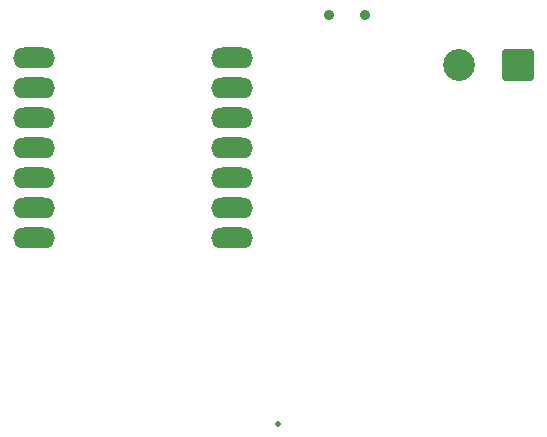
<source format=gbr>
%TF.GenerationSoftware,KiCad,Pcbnew,8.0.8*%
%TF.CreationDate,2025-02-12T10:11:30-08:00*%
%TF.ProjectId,514_pcb,3531345f-7063-4622-9e6b-696361645f70,rev?*%
%TF.SameCoordinates,Original*%
%TF.FileFunction,Soldermask,Bot*%
%TF.FilePolarity,Negative*%
%FSLAX46Y46*%
G04 Gerber Fmt 4.6, Leading zero omitted, Abs format (unit mm)*
G04 Created by KiCad (PCBNEW 8.0.8) date 2025-02-12 10:11:30*
%MOMM*%
%LPD*%
G01*
G04 APERTURE LIST*
G04 Aperture macros list*
%AMRoundRect*
0 Rectangle with rounded corners*
0 $1 Rounding radius*
0 $2 $3 $4 $5 $6 $7 $8 $9 X,Y pos of 4 corners*
0 Add a 4 corners polygon primitive as box body*
4,1,4,$2,$3,$4,$5,$6,$7,$8,$9,$2,$3,0*
0 Add four circle primitives for the rounded corners*
1,1,$1+$1,$2,$3*
1,1,$1+$1,$4,$5*
1,1,$1+$1,$6,$7*
1,1,$1+$1,$8,$9*
0 Add four rect primitives between the rounded corners*
20,1,$1+$1,$2,$3,$4,$5,0*
20,1,$1+$1,$4,$5,$6,$7,0*
20,1,$1+$1,$6,$7,$8,$9,0*
20,1,$1+$1,$8,$9,$2,$3,0*%
G04 Aperture macros list end*
%ADD10O,3.556000X1.778000*%
%ADD11C,0.900000*%
%ADD12RoundRect,0.250001X1.099999X1.099999X-1.099999X1.099999X-1.099999X-1.099999X1.099999X-1.099999X0*%
%ADD13C,2.700000*%
%ADD14C,0.500000*%
G04 APERTURE END LIST*
D10*
%TO.C,U1*%
X88498000Y-75960000D03*
X88498000Y-78500000D03*
X88498000Y-81040000D03*
X88498000Y-83580000D03*
X88498000Y-86120000D03*
X88498000Y-88660000D03*
X88498000Y-91200000D03*
X105262000Y-75960000D03*
X105262000Y-78500000D03*
X105262000Y-81040000D03*
X105262000Y-83580000D03*
X105262000Y-86120000D03*
X105262000Y-88660000D03*
X105262000Y-91200000D03*
%TD*%
D11*
%TO.C,SW1*%
X113500000Y-72330000D03*
X116500000Y-72330000D03*
%TD*%
D12*
%TO.C,BT1*%
X129500000Y-76500000D03*
D13*
X124500000Y-76500000D03*
%TD*%
D14*
%TO.C,MK1*%
X109168000Y-106900000D03*
%TD*%
M02*

</source>
